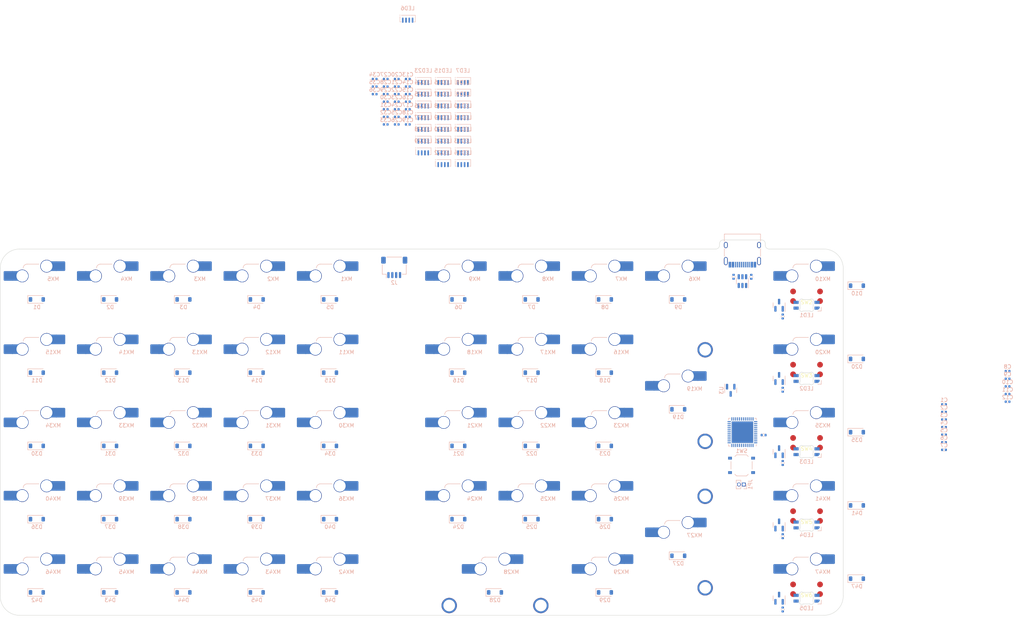
<source format=kicad_pcb>
(kicad_pcb (version 20221018) (generator pcbnew)
  (layers (0 "F.Cu" signal) (1 "In1.Cu" signal) (2 "In2.Cu" signal) (31 "B.Cu" signal) (34 "B.Paste" user) (35 "F.Paste" user) (36 "B.SilkS" user "B.Silkscreen") (37 "F.SilkS" user "F.Silkscreen") (38 "B.Mask" user) (39 "F.Mask" user) (44 "Edge.Cuts" user))
  (net 0 "")
  (net 1 "+3.3V")
  (net 2 "GND")
  (net 3 "VBUS")
  (net 4 "/DN")
  (net 5 "/DP")
  (net 6 "Net-(JP1-A)")
  (net 7 "Net-(LED1-DOUT)")
  (net 8 "KNOB_DIN")
  (net 9 "Net-(LED2-DOUT)")
  (net 10 "Net-(LED3-DOUT)")
  (net 11 "Net-(LED4-DOUT)")
  (net 13 "COL1")
  (net 14 "Net-(D1-A)")
  (net 15 "COL2")
  (net 16 "Net-(D2-A)")
  (net 17 "COL3")
  (net 18 "Net-(D3-A)")
  (net 19 "COL4")
  (net 20 "Net-(D4-A)")
  (net 21 "COL5")
  (net 22 "Net-(D5-A)")
  (net 23 "COL6")
  (net 24 "Net-(D6-A)")
  (net 25 "COL7")
  (net 26 "Net-(D7-A)")
  (net 27 "COL8")
  (net 28 "Net-(D8-A)")
  (net 29 "COL9")
  (net 30 "Net-(D9-A)")
  (net 31 "COL10")
  (net 32 "/Matrix/D10")
  (net 33 "Net-(D11-A)")
  (net 34 "Net-(D12-A)")
  (net 35 "Net-(D13-A)")
  (net 36 "Net-(D14-A)")
  (net 37 "Net-(D15-A)")
  (net 38 "Net-(D16-A)")
  (net 39 "Net-(D17-A)")
  (net 40 "Net-(D18-A)")
  (net 41 "Net-(D19-A)")
  (net 42 "/Matrix/D20")
  (net 43 "Net-(D21-A)")
  (net 44 "Net-(D22-A)")
  (net 45 "Net-(D23-A)")
  (net 46 "Net-(D24-A)")
  (net 47 "Net-(D25-A)")
  (net 48 "Net-(D26-A)")
  (net 49 "Net-(D27-A)")
  (net 50 "Net-(D28-A)")
  (net 51 "/Matrix/D29")
  (net 52 "Net-(D30-A)")
  (net 53 "Net-(D31-A)")
  (net 54 "Net-(D32-A)")
  (net 55 "Net-(D33-A)")
  (net 56 "Net-(D34-A)")
  (net 57 "Net-(D35-A)")
  (net 58 "Net-(D36-A)")
  (net 59 "Net-(D37-A)")
  (net 60 "Net-(D38-A)")
  (net 61 "/Matrix/D39")
  (net 62 "Net-(D40-A)")
  (net 63 "Net-(D41-A)")
  (net 64 "Net-(D42-A)")
  (net 65 "Net-(D43-A)")
  (net 66 "Net-(D44-A)")
  (net 67 "Net-(D45-A)")
  (net 68 "Net-(D46-A)")
  (net 69 "/Matrix/D47")
  (net 70 "Net-(Q1-G)")
  (net 71 "Net-(Q2-G)")
  (net 72 "Net-(Q3-G)")
  (net 73 "Net-(Q4-G)")
  (net 74 "Net-(Q5-G)")
  (net 75 "ENC_A_1")
  (net 76 "ENC_B_1")
  (net 77 "ENC_A_2")
  (net 78 "ENC_B_2")
  (net 79 "ENC_A_3")
  (net 80 "ENC_B_3")
  (net 81 "ENC_A_4")
  (net 82 "ENC_B_4")
  (net 83 "ENC_A_5")
  (net 84 "ENC_B_5")
  (net 90 "/~{RST}")
  (net 111 "/SWD")
  (net 112 "/SWCLK")
  (net 121 "ROW1")
  (net 122 "ROW2")
  (net 123 "ROW3")
  (net 124 "ROW4")
  (net 125 "ROW5")
  (net 126 "Net-(J1-CC1)")
  (net 127 "Net-(J1-CC2)")
  (net 128 "Net-(FB1-Pad1)")
  (net 132 "Net-(LED6-DOUT)")
  (net 133 "Net-(LED7-DOUT)")
  (net 134 "Net-(LED8-DOUT)")
  (net 135 "Net-(LED10-DIN)")
  (net 136 "Net-(LED10-DOUT)")
  (net 137 "Net-(LED11-DOUT)")
  (net 138 "Net-(LED12-DOUT)")
  (net 141 "Net-(LED14-DOUT)")
  (net 142 "Net-(LED15-DOUT)")
  (net 143 "Net-(LED16-DOUT)")
  (net 144 "Net-(LED17-DOUT)")
  (net 145 "Net-(LED18-DOUT)")
  (net 146 "Net-(LED19-DOUT)")
  (net 147 "Net-(LED20-DOUT)")
  (net 150 "Net-(LED22-DOUT)")
  (net 151 "Net-(LED23-DOUT)")
  (net 152 "Net-(LED24-DOUT)")
  (net 153 "Net-(LED25-DOUT)")
  (net 154 "Net-(LED26-DOUT)")
  (net 155 "Net-(LED27-DOUT)")
  (net 156 "Net-(LED28-DOUT)")
  (net 158 "/SDA")
  (net 159 "/SCL")
  (footprint "PCM_marbastlib-various:ROT_SKYLOONG_HS-Switch" (layer "F.Cu") (at 188.11875 35.71875)
    (fp_text reference "SW6")
    (fp_text value "ROT_SKYLOONG_HS")
  )
  (footprint "PCM_marbastlib-mx:STAB_MX_P_2u" (layer "F.Cu") (at 154.78125 26.19375 -90)
    (fp_text reference "STAB38" hide)
    (fp_text value "Stab_Enter")
  )
  (footprint "PCM_marbastlib-various:ROT_SKYLOONG_HS-Switch" (layer "F.Cu") (at 188.11875 -2.38125)
    (fp_text reference "SW4")
    (fp_text value "ROT_SKYLOONG_HS")
  )
  (footprint "PCM_marbastlib-various:ROT_SKYLOONG_HS-Switch" (layer "F.Cu") (at 188.11875 16.66875)
    (fp_text reference "SW5")
    (fp_text value "ROT_SKYLOONG_HS")
  )
  (footprint "PCM_marbastlib-mx:STAB_MX_P_2u" (layer "F.Cu") (at 154.78125 -11.90625 -90)
    (fp_text reference "STAB45" hide)
    (fp_text value "Stab_0")
  )
  (footprint "PCM_marbastlib-various:ROT_SKYLOONG_HS-Switch" (layer "F.Cu") (at 188.11875 -21.43125)
    (fp_text reference "SW3")
    (fp_text value "ROT_SKYLOONG_HS")
  )
  (footprint "PCM_marbastlib-various:ROT_SKYLOONG_HS-Switch" (layer "F.Cu") (at 188.11875 -40.48125)
    (fp_text reference "SW2")
    (fp_text value "ROT_SKYLOONG_HS")
  )
  (footprint "PCM_marbastlib-mx:STAB_MX_P_2u" (layer "F.Cu") (at 107.15625 35.71875 180)
    (fp_text reference "STAB1" hide)
    (fp_text value "Stab_+")
  )
  (footprint "PCM_marbastlib-mx:SW_MX_HS_S_1u" (layer "B.Cu") (at 7.14375 16.66875 180)
    (fp_text reference "MX39")
    (fp_text value "Key_None" hide)
  )
  (footprint "Capacitor_SMD:C_0402_1005Metric" (layer "B.Cu") (at 240.354375 -16.2775 180)
    (fp_text reference "C9")
    (fp_text value "100n 0402")
  )
  (footprint "Diode_SMD:D_SOD-123" (layer "B.Cu") (at 26.19375 -36.909375)
    (fp_text reference "D3")
    (fp_text value "D_Small")
  )
  (footprint "PCM_marbastlib-xp-various:LED_WS2812_4020" (layer "B.Cu") (at 93.671875 -81.778125 180)
    (fp_text reference "LED19")
    (fp_text value "WS2812_4020")
  )
  (footprint "PCM_marbastlib-mx:SW_MX_HS_S_1u" (layer "B.Cu") (at 188.11875 -2.38125 180)
    (fp_text reference "MX35")
    (fp_text value "Key_1" hide)
  )
  (footprint "PCM_marbastlib-mx:SW_MX_HS_S_1u" (layer "B.Cu") (at 45.24375 -40.48125 180)
    (fp_text reference "MX2")
    (fp_text value "Key_None" hide)
  )
  (footprint "PCM_marbastlib-xp-various:LED_WS2812_4020" (layer "B.Cu") (at 84.4475 -110.1875 180)
    (fp_text reference "LED6")
    (fp_text value "WS2812_4020")
  )
  (footprint "PCM_marbastlib-mx:SW_MX_HS_S_1u" (layer "B.Cu") (at -11.90625 -21.43125 180)
    (fp_text reference "MX15")
    (fp_text value "Key_None" hide)
  )
  (footprint "PCM_marbastlib-mx:SW_MX_HS_S_1u" (layer "B.Cu") (at -11.90625 35.71875 180)
    (fp_text reference "MX46")
    (fp_text value "Key_." hide)
  )
  (footprint "PCM_marbastlib-mx:SW_MX_HS_S_1u" (layer "B.Cu") (at 154.78125 26.19375 180)
    (fp_text reference "MX27")
    (fp_text value "Key_5" hide)
  )
  (footprint "Diode_SMD:D_SOD-123" (layer "B.Cu") (at 7.14375 1.190625)
    (fp_text reference "D31")
    (fp_text value "D_Small")
  )
  (footprint "Resistor_SMD:R_0402_1005Metric" (layer "B.Cu") (at 176.96 -1.625)
    (fp_text reference "R3" hide)
    (fp_text value "10k 0402")
  )
  (footprint "Diode_SMD:D_SOD-123" (layer "B.Cu") (at 154.78125 -36.909375)
    (fp_text reference "D9")
    (fp_text value "D_Small")
  )
  (footprint "Resistor_SMD:R_0402_1005Metric" (layer "B.Cu") (at 173.75 -42.79 -90)
    (fp_text reference "R2" hide)
    (fp_text value "5.1k")
  )
  (footprint "PCM_marbastlib-mx:SW_MX_HS_S_1u" (layer "B.Cu") (at 116.68125 -40.48125 180)
    (fp_text reference "MX8")
    (fp_text value "Key_*" hide)
  )
  (footprint "PCM_marbastlib-mx:SW_MX_HS_S_1u" (layer "B.Cu") (at 26.19375 16.66875 180)
    (fp_text reference "MX38")
    (fp_text value "Key_Enter" hide)
  )
  (footprint "Diode_SMD:D_SOD-123" (layer "B.Cu") (at 7.14375 -36.909375)
    (fp_text reference "D2")
    (fp_text value "D_Small")
  )
  (footprint "PCM_marbastlib-mx:SW_MX_HS_S_1u" (layer "B.Cu") (at 97.63125 16.66875 180)
    (fp_text reference "MX24")
    (fp_text value "Key_None" hide)
  )
  (footprint "PCM_marbastlib-mx:SW_MX_HS_S_1u" (layer "B.Cu") (at 154.78125 -40.48125 180)
    (fp_text reference "MX6")
    (fp_text value "Key_Num Lock" hide)
  )
  (footprint "PCM_marbastlib-xp-various:LED_WS2812_4020" (layer "B.Cu") (at 88.521875 -78.728125 180)
    (fp_text reference "LED28")
    (fp_text value "WS2812_4020")
  )
  (footprint "PCM_marbastlib-mx:SW_MX_HS_S_1u" (layer "B.Cu") (at -11.90625 16.66875 180)
    (fp_text reference "MX40")
    (fp_text value "Key_None" hide)
  )
  (footprint "Package_TO_SOT_SMD:SOT-23" (layer "B.Cu") (at 180.975 21.75 90)
    (fp_text reference "Q4" hide)
    (fp_text value "Q_PMOS_GSD")
  )
  (footprint "Diode_SMD:D_SOD-123" (layer "B.Cu") (at 26.19375 -17.859375)
    (fp_text reference "D13")
    (fp_text value "D_Small")
  )
  (footprint "Diode_SMD:D_SOD-123" (layer "B.Cu") (at 64.29375 1.190625)
    (fp_text reference "D34")
    (fp_text value "D_Small")
  )
  (footprint "PCM_marbastlib-mx:LED_MX_6028R" (layer "B.Cu") (at 188.11875 -35.40125 180)
    (fp_text reference "LED1")
    (fp_text value "MX_SK6812MINI-E" hide)
    (fp_line (start -1.699999 0.702843) (end -1.699999 -0.702841) (stroke (width 0.1)) (layer "Edge.Cuts"))
    (fp_line (start -0.794452 -1.499999) (end 0.794452 -1.499999) (stroke (width 0.1)) (layer "Edge.Cuts"))
    (fp_line (start 0.794452 1.5) (end -0.794453 1.5) (stroke (width 0.1)) (layer "Edge.Cuts"))
    (fp_line (start 1.699999 -0.702841) (end 1.699999 0.702843) (stroke (width 0.1)) (layer "Edge.Cuts"))
    (fp_arc (start -1.749484 -0.919719) (mid -1.712527 -0.814067) (end -1.699999 -0.702841) (stroke (width 0.1)) (layer "Edge.Cuts"))
    (fp_arc (start -1.749484 -0.919718) (mid -1.638072 -1.504034) (end -1.046711 -1.568298) (stroke (width 0.1)) (layer "Edge.Cuts"))
    (fp_arc (start -1.699999 0.702844) (mid -1.712527 0.814069) (end -1.749484 0.919721) (stroke (width 0.1)) (layer "Edge.Cuts"))
    (fp_arc (start -1.046711 1.568299) (mid -1.63807 1.504035) (end -1.749484 0.919721) (stroke (width 0.1)) (layer "Edge.Cuts"))
    (fp_arc (start -1.046711 1.568299) (mid -0.925123 1.517377) (end -0.794453 1.5) (stroke (width 0.1)) (layer "Edge.Cuts"))
    (fp_arc (start -0.794452 -1.499999) (mid -0.925123 -1.517376) (end -1.046711 -1.568298) (stroke (width 0.1)) (layer "Edge.Cuts"))
    (fp_arc (start 0.794453 1.500001) (mid 0.925123 1.517378) (end 1.046711 1.5683) (stroke (width 0.1)) (layer "Edge.Cuts"))
    (fp_arc (start 1.04671 -1.568298) (mid 0.925122 -1.517376) (end 0.794452 -1.499999) (stroke (width 0.1)) (layer "Edge.Cuts"))
    (fp_arc (start 1.046711 -1.568296) (mid 1.63807 -1.504033) (end 1.749484 -0.919719) (stroke (width 0.1)) (layer "Edge.Cuts"))
    (fp_arc (start 1.699999 -0.702842) (mid 1.712536 -0.814064) (end 1.749484 -0.919719) (stroke (width 0.1)) (layer "Edge.Cuts"))
    (fp_arc (start 1.749484 0.919721) (mid 1.638072 1.504036) (end 1.046711 1.5683) (stroke (width 0.1)) (layer "Edge.Cuts"))
    (fp_arc (start 1.749484 0.919721) (mid 1.712526 0.814069) (end 1.699999 0.702843) (stroke (width 0.1)) (layer "Edge.Cuts"))
  )
  (footprint "Resistor_SMD:R_0402_1005Metric" (layer "B.Cu") (at 181.925 -32.475 90)
    (fp_text reference "R4" hide)
    (fp_text value "10k 0402")
  )
  (footprint "Resistor_SMD:R_0402_1005Metric" (layer "B.Cu") (at 181.925 24.675 90)
    (fp_text reference "R7" hide)
    (fp_text value "10k 0402")
  )
  (footprint "PCM_marbastlib-mx:SW_MX_HS_S_1u" (layer "B.Cu") (at 135.73125 -21.43125 180)
    (fp_text reference "MX16")
    (fp_text value "Key_7" hide)
  )
  (footprint "PCM_marbastlib-xp-various:LED_WS2812_4020" (layer "B.Cu") (at 98.821875 -81.778125 180)
    (fp_text reference "LED11")
    (fp_text value "WS2812_4020")
  )
  (footprint "Diode_SMD:D_SOD-123" (layer "B.Cu") (at 45.24375 39.290625)
    (fp_text reference "D45")
    (fp_text value "D_Small")
  )
  (footprint "PCM_marbastlib-xp-various:LED_WS2812_4020" (layer "B.Cu") (at 88.521875 -93.978125 180)
    (fp_text reference "LED23")
    (fp_text value "WS2812_4020")
  )
  (footprint "Diode_SMD:D_SOD-123" (layer "B.Cu") (at 154.78125 -8.334375)
    (fp_text reference "D19")
    (fp_text value "D_Small")
  )
  (footprint "Button_Switch_SMD:SW_Push_1P1T_XKB_TS-1187A" (layer "B.Cu") (at 171.225 6.25 180)
    (fp_text reference "SW1")
    (fp_text value "SW_Push")
  )
  (footprint "PCM_marbastlib-mx:SW_MX_HS_S_1u" (layer "B.Cu") (at 45.24375 16.66875 180)
    (fp_text reference "MX37")
    (fp_text value "Key_3" hide)
  )
  (footprint "Resistor_SMD:R_0402_1005Metric" (layer "B.Cu") (at 181.925 5.625 90)
    (fp_text reference "R6" hide)
    (fp_text value "10k 0402")
  )
  (footprint "Capacitor_SMD:C_0402_1005Metric" (layer "B.Cu") (at 81.616875 -88.333125 180)
    (fp_text reference "C23")
    (fp_text value "100n 0402")
  )
  (footprint "Capacitor_SMD:C_0402_1005Metric" (layer "B.Cu") (at 75.876875 -94.243125 180)
    (fp_text reference "C34")
    (fp_text value "100n 0402")
  )
  (footprint "Capacitor_SMD:C_0402_1005Metric" (layer "B.Cu") (at 223.83625 -1.73 180)
    (fp_text reference "C5")
    (fp_text value "4u7 0402")
  )
  (footprint "Diode_SMD:D_SOD-123" (layer "B.Cu") (at 201.215625 -2.38125)
    (fp_text reference "D35")
    (fp_text value "D_Small")
  )
  (footprint "Capacitor_SMD:C_0402_1005Metric" (layer "B.Cu") (at 75.876875 -90.303125 180)
    (fp_text reference "C36")
    (fp_text value "100n 0402")
  )
  (footprint "Diode_SMD:D_SOD-123" (layer "B.Cu") (at 116.68125 1.190625)
    (fp_text reference "D22")
    (fp_text value "D_Small")
  )
  (footprint "PCM_marbastlib-mx:SW_MX_HS_S_1u" (layer "B.Cu") (at 7.14375 -21.43125 180)
    (fp_text reference "MX14")
    (fp_text value "Key_None" hide)
  )
  (footprint "PCM_marbastlib-mx:SW_MX_HS_S_1u" (layer "B.Cu") (at 97.63125 -21.43125 180)
    (fp_text reference "MX18")
    (fp_text value "Key_9" hide)
  )
  (footprint "Diode_SMD:D_SOD-123" (layer "B.Cu") (at 7.14375 -17.859375)
    (fp_text reference "D12")
    (fp_text value "D_Small")
  )
  (footprint "Capacitor_SMD:C_0402_1005Metric" (layer "B.Cu") (at 78.746875 -92.273125 180)
    (fp_text reference "C28")
    (fp_text value "100n 0402")
  )
  (footprint "Diode_SMD:D_SOD-123" (layer "B.Cu") (at 116.68125 20.240625)
    (fp_text reference "D25")
    (fp_text value "D_Small")
  )
  (footprint "PCM_marbastlib-xp-various:LED_WS2812_4020" (layer "B.Cu") (at 93.671875 -75.678125 180)
    (fp_text reference "LED21")
    (fp_text value "WS2812_4020")
  )
  (footprint "PCM_marbastlib-mx:SW_MX_HS_S_1u" (layer "B.Cu") (at 135.73125 35.71875 180)
    (fp_text reference "MX29")
    (fp_text value "Key_None" hide)
  )
  (footprint "PCM_marbastlib-mx:SW_MX_HS_S_1u" (layer "B.Cu") (at 97.63125 -40.48125 180)
    (fp_text reference "MX9")
    (fp_text value "Key_-" hide)
  )
  (footprint "Diode_SMD:D_SOD-123" (layer "B.Cu") (at 201.215625 16.66875)
    (fp_text reference "D41")
    (fp_text value "D_Small")
  )
  (footprint "PCM_marbastlib-mx:SW_MX_HS_S_1u" (layer "B.Cu") (at 97.63125 -2.38125 180)
    (fp_text reference "MX21")
    (fp_text value "Key_None" hide)
  )
  (footprint "PCM_marbastlib-mx:LED_MX_6028R" (layer "B.Cu") (at 188.11875 21.74875 180)
    (fp_text reference "LED4")
    (fp_text value "MX_SK6812MINI-E" hide)
    (fp_line (start -1.699999 0.702843) (end -1.699999 -0.702841) (stroke (width 0.1)) (layer "Edge.Cuts"))
    (fp_line (start -0.794452 -1.499999) (end 0.794452 -1.499999) (stroke (width 0.1)) (layer "Edge.Cuts"))
    (fp_line (start 0.794452 1.5) (end -0.794453 1.5) (stroke (width 0.1)) (layer "Edge.Cuts"))
    (fp_line (start 1.699999 -0.702841) (end 1.699999 0.702843) (stroke (width 0.1)) (layer "Edge.Cuts"))
    (fp_arc (start -1.749484 -0.919719) (mid -1.712527 -0.814067) (end -1.699999 -0.702841) (stroke (width 0.1)) (layer "Edge.Cuts"))
    (fp_arc (start -1.749484 -0.919718) (mid -1.638072 -1.504034) (end -1.046711 -1.568298) (stroke (width 0.1)) (layer "Edge.Cuts"))
    (fp_arc (start -1.699999 0.702844) (mid -1.712527 0.814069) (end -1.749484 0.919721) (stroke (width 0.1)) (layer "Edge.Cuts"))
    (fp_arc (start -1.046711 1.568299) (mid -1.63807 1.504035) (end -1.749484 0.919721) (stroke (width 0.1)) (layer "Edge.Cuts"))
    (fp_arc (start -1.046711 1.568299) (mid -0.925123 1.517377) (end -0.794453 1.5) (stroke (width 0.1)) (layer "Edge.Cuts"))
    (fp_arc (start -0.794452 -1.499999) (mid -0.925123 -1.517376) (end -1.046711 -1.568298) (stroke (width 0.1)) (layer "Edge.Cuts"))
    (fp_arc (start 0.794453 1.500001) (mid 0.925123 1.517378) (end 1.046711 1.5683) (stroke (width 0.1)) (layer "Edge.Cuts"))
    (fp_arc (start 1.04671 -1.568298) (mid 0.925122 -1.517376) (end 0.794452 -1.499999) (stroke (width 0.1)) (layer "Edge.Cuts"))
    (fp_arc (start 1.046711 -1.568296) (mid 1.63807 -1.504033) (end 1.749484 -0.919719) (stroke (width 0.1)) (layer "Edge.Cuts"))
    (fp_arc (start 1.699999 -0.702842) (mid 1.712536 -0.814064) (end 1.749484 -0.919719) (stroke (width 0.1)) (layer "Edge.Cuts"))
    (fp_arc (start 1.749484 0.919721) (mid 1.638072 1.504036) (end 1.046711 1.5683) (stroke (width 0.1)) (layer "Edge.Cuts"))
    (fp_arc (start 1.749484 0.919721) (mid 1.712526 0.814069) (end 1.699999 0.702843) (stroke (width 0.1)) (layer "Edge.Cuts"))
  )
  (footprint "Capacitor_SMD:C_0402_1005Metric" (layer "B.Cu") (at 84.486875 -88.333125 180)
    (fp_text reference "C16")
    (fp_text value "100n 0402")
  )
  (footprint "Package_TO_SOT_SMD:SOT-23" (layer "B.Cu") (at 180.975 2.7 90)
    (fp_text reference "Q3" hide)
    (fp_text value "Q_PMOS_GSD")
  )
  (footprint "Diode_SMD:D_SOD-123" (layer "B.Cu") (at 116.68125 -36.909375)
    (fp_text reference "D7")
    (fp_text value "D_Small")
  )
  (footprint "Capacitor_SMD:C_0402_1005Metric" (layer "B.Cu") (at 240.354375 -12.2975 180)
    (fp_text reference "C11")
    (fp_text value "100n 0402")
  )
  (footprint "PCM_marbastlib-xp-various:LED_WS2812_4020" (layer "B.Cu") (at 88.521875 -87.878125 180)
    (fp_text reference "LED25")
    (fp_text value "WS2812_4020")
  )
  (footprint "Capacitor_SMD:C_0402_1005Metric" (layer "B.Cu") (at 81.616875 -86.363125 180)
    (fp_text reference "C24")
    (fp_text value "100n 0402")
  )
  (footprint "Capacitor_SMD:C_0402_1005Metric" (layer "B.Cu") (at 81.616875 -84.393125 180)
    (fp_text reference "C25")
    (fp_text value "100n 0402")
  )
  (footprint "PCM_marbastlib-xp-various:LED_WS2812_4020" (layer "B.Cu") (at 93.671875 -93.978125 180)
    (fp_text reference "LED15")
    (fp_text value "WS2812_4020")
  )
  (footprint "PCM_marbastlib-xp-various:LED_WS2812_4020" (layer "B.Cu") (at 88.521875 -84.828125 180)
    (fp_text reference "LED26")
    (fp_text value "WS2812_4020")
  )
  (footprint "Diode_SMD:D_SOD-123" (layer "B.Cu") (at 64.29375 -36.909375)
    (fp_text reference "D5")
    (fp_text value "D_Small")
  )
  (footprint "Capacitor_SMD:C_0402_1005Metric" (layer "B.Cu") (at 84.486875 -94.243125 180)
    (fp_text reference "C13")
    (fp_text value "100n 0402")
  )
  (footprint "PCM_marbastlib-xp-various:LED_WS2812_4020" (layer "B.Cu") (at 98.821875 -78.728125 180)
    (fp_text reference "LED12")
    (fp_text value "WS2812_4020")
  )
  (footprint "PCM_marbastlib-mx:SW_MX_HS_S_1u" (layer "B.Cu") (at 7.14375 35.71875 180)
    (fp_text reference "MX45")
    (fp_text value "Key_0" hide)
  )
  (footprint "Capacitor_SMD:C_0402_1005Metric" (layer "B.Cu") (at 84.486875 -84.393125 180)
    (fp_text reference "C18")
    (fp_text value "100n 0402")
  )
  (footprint "PCM_marbastlib-mx:LED_MX_6028R" (layer "B.Cu") (at 188.11875 2.69875 180)
    (fp_text reference "LED3")
    (fp_text value "MX_SK6812MINI-E" hide)
    (fp_line (start -1.699999 0.702843) (end -1.699999 -0.702841) (stroke (width 0.1)) (layer "Edge.Cuts"))
    (fp_line (start -0.794452 -1.499999) (end 0.794452 -1.499999) (stroke (width 0.1)) (layer "Edge.Cuts"))
    (fp_line (start 0.794452 1.5) (end -0.794453 1.5) (stroke (width 0.1)) (layer "Edge.Cuts"))
    (fp_line (start 1.699999 -0.702841) (end 1.699999 0.702843) (stroke (width 0.1)) (layer "Edge.Cuts"))
    (fp_arc (start -1.749484 -0.919719) (mid -1.712527 -0.814067) (end -1.699999 -0.702841) (stroke (width 0.1)) (layer "Edge.Cuts"))
    (fp_arc (start -1.749484 -0.919718) (mid -1.638072 -1.504034) (end -1.046711 -1.568298) (stroke (width 0.1)) (layer "Edge.Cuts"))
    (fp_arc (start -1.699999 0.702844) (mid -1.712527 0.814069) (end -1.749484 0.919721) (stroke (width 0.1)) (layer "Edge.Cuts"))
    (fp_arc (start -1.046711 1.568299) (mid -1.63807 1.504035) (end -1.749484 0.919721) (stroke (width 0.1)) (layer "Edge.Cuts"))
    (fp_arc (start -1.046711 1.568299) (mid -0.925123 1.517377) (end -0.794453 1.5) (stroke (width 0.1)) (layer "Edge.Cuts"))
    (fp_arc (start -0.794452 -1.499999) (mid -0.925123 -1.517376) (end -1.046711 -1.568298) (stroke (width 0.1)) (layer "Edge.Cuts"))
    (fp_arc (start 0.794453 1.500001) (mid 0.925123 1.517378) (end 1.046711 1.5683) (stroke (width 0.1)) (layer "Edge.Cuts"))
    (fp_arc (start 1.04671 -1.568298) (mid 0.925122 -1.517376) (end 0.794452 -1.499999) (stroke (width 0.1)) (layer "Edge.Cuts"))
    (fp_arc (start 1.046711 -1.568296) (mid 1.63807 -1.504033) (end 1.749484 -0.919719) (stroke (width 0.1)) (layer "Edge.Cuts"))
    (fp_arc (start 1.699999 -0.702842) (mid 1.712536 -0.814064) (end 1.749484 -0.919719) (stroke (width 0.1)) (layer "Edge.Cuts"))
    (fp_arc (start 1.749484 0.919721) (mid 1.638072 1.504036) (end 1.046711 1.5683) (stroke (width 0.1)) (layer "Edge.Cuts"))
    (fp_arc (start 1.749484 0.919721) (mid 1.712526 0.814069) (end 1.699999 0.702843) (stroke (width 0.1)) (layer "Edge.Cuts"))
  )
  (footprint "PCM_marbastlib-mx:SW_MX_HS_S_1u" (layer "B.Cu") (at 135.73125 -40.48125 180)
    (fp_text reference "MX7")
    (fp_text value "Key_/" hide)
  )
  (footprint "Capacitor_SMD:C_0402_1005Metric" (layer "B.Cu") (at 84.486875 -90.303125 180)
    (fp_text reference "C15")
    (fp_text value "100n 0402")
  )
  (footprint "Diode_SMD:D_SOD-123" (layer "B.Cu") (at 135.73125 20.240625)
    (fp_text reference "D26")
    (fp_text value "D_Small")
  )
  (footprint "PCM_marbastlib-mx:SW_MX_HS_S_1u" (layer "B.Cu") (at 116.68125 16.66875 180)
    (fp_text reference "MX25")
    (fp_text value "Key_None" hide)
  )
  (footprint "Diode_SMD:D_SOD-123" (layer "B.Cu") (at 26.19375 1.190625)
    (fp_text reference "D32")
    (fp_text value "D_Small")
  )
  (footprint "Capacitor_SMD:C_0402_1005Metric" (layer "B.Cu") (at 78.746875 -90.303125 180)
    (fp_text reference "C29")
    (fp_text value "100n 0402")
  )
  (footprint "PCM_marbastlib-xp-various:LED_WS2812_4020" (layer "B.Cu") (at 93.671875 -72.628125 180)
    (fp_text reference "LED22")
    (fp_text value "WS2812_4020")
  )
  (footprint "Capacitor_SMD:C_0402_1005Metric" (layer "B.Cu") (at 84.486875 -82.423125 180)
    (fp_text reference "C19")
    (fp_text value "100n 0402")
  )
  (footprint "Diode_SMD:D_SOD-123" (layer "B.Cu") (at 201.215625 35.71875)
    (fp_text reference "D47")
    (fp_text value "D_Small")
  )
  (footprint "PCM_marbastlib-mx:SW_MX_HS_S_1u" (layer "B.Cu") (at 26.19375 -2.38125 180)
    (fp_text reference "MX32")
    (fp_text value "Key_None" hide)
  )
  (footprint "PCM_marbastlib-xp-various:LED_WS2812_4020" (layer "B.Cu") (at 98.821875 -87.878125 180)
    (fp_text reference "LED9")
    (fp_text value "WS2812_4020")
  )
  (footprint "Capacitor_SMD:C_0402_1005Metric" (layer "B.Cu") (at 240.354375 -18.2675 180)
    (fp_text reference "C8")
    (fp_text value "100n 0402")
  )
  (footprint "Diode_SMD:D_SOD-123" (layer "B.Cu") (at -11.90625 20.240625)
    (fp_text reference "D36")
    (fp_text value "D_Small")
  )
  (footprint "PCM_marbastlib-xp-various:LED_WS2812_4020" (layer "B.Cu") (at 98.821875 -72.628125 180)
    (fp_text reference "LED14")
    (fp_text value "WS2812_4020")
  )
  (footprint "Diode_SMD:D_SOD-123" (layer "B.Cu") (at 7.14375 39.290625)
    (fp_text reference "D43")
    (fp_text value "D_Small")
  )
  (footprint "PCM_marbastlib-mx:SW_MX_HS_S_1u" (layer "B.Cu") (at 64.29375 -21.43125 180)
    (fp_text reference "MX11")
    (fp_text value "Key_None" hide)
  )
  (footprint "PCM_marbastlib-mx:SW_MX_HS_S_1u" (layer "B.Cu") (at 116.68125 -2.38125 180)
    (fp_text reference "MX22")
    (fp_text value "Key_None" hide)
  )
  (footprint "PCM_marbastlib-mx:LED_MX_6028R" (layer "B.Cu") (at 188.11875 40.79875 180)
    (fp_text reference "LED5")
    (fp_text value "MX_SK6812MINI-E" hide)
    (fp_line (start -1.699999 0.702843) (end -1.699999 -0.702841) (stroke (width 0.1)) (layer "Edge.Cuts"))
    (fp_line (start -0.794452 -1.499999) (end 0.794452 -1.499999) (stroke (width 0.1)) (layer "Edge.Cuts"))
    (fp_line (start 0.794452 1.5) (end -0.794453 1.5) (stroke (width 0.1)) (layer "Edge.Cuts"))
    (fp_line (start 1.699999 -0.702841) (end 1.699999 0.702843) (stroke (width 0.1)) (layer "Edge.Cuts"))
    (fp_arc (start -1.749484 -0.919719) (mid -1.712527 -0.814067) (end -1.699999 -0.702841) (stroke (width 0.1)) (layer "Edge.Cuts"))
    (fp_arc (start -1.749484 -0.919718) (mid -1.638072 -1.504034) (end -1.046711 -1.568298) (stroke (width 0.1)) (layer "Edge.Cuts"))
    (fp_arc (start -1.699999 0.702844) (mid -1.712527 0.814069) (end -1.749484 0.919721) (stroke (width 0.1)) (layer "Edge.Cuts"))
    (fp_arc (start -1.046711 1.568299) (mid -1.63807 1.504035) (end -1.749484 0.919721) (stroke (width 0.1)) (layer "Edge.Cuts"))
    (fp_arc (start -1.046711 1.568299) (mid -0.925123 1.517377) (end -0.794453 1.5) (stroke (width 0.1)) (layer "Edge.Cuts"))
    (fp_arc (start -0.794452 -1.499999) (mid -0.925123 -1.517376) (end -1.046711 -1.568298) (stroke (width 0.1)) (layer "Edge.Cuts"))
    (fp_arc (start 0.794453 1.500001) (mid 0.925123 1.517378) (end 1.046711 1.5683) (stroke (width 0.1)) (layer "Edge.Cuts"))
    (fp_arc (start 1.04671 -1.568298) (mid 0.925122 -1.517376) (end 0.794452 -1.499999) (stroke (width 0.1)) (layer "Edge.Cuts"))
    (fp_arc (start 1.046711 -1.568296) (mid 1.63807 -1.504033) (end 1.749484 -0.919719) (stroke (width 0.1)) (layer "Edge.Cuts"))
    (fp_arc (start 1.699999 -0.702842) (mid 1.712536 -0.814064) (end 1.749484 -0.919719) (stroke (width 0.1)) (layer "Edge.Cuts"))
    (fp_arc (start 1.749484 0.919721) (mid 1.638072 1.504036) (end 1.046711 1.5683) (stroke (width 0.1)) (layer "Edge.Cuts"))
    (fp_arc (start 1.749484 0.919721) (mid 1.712526 0.814069) (end 1.699999 0.702843) (stroke (width 0.1)) (layer "Edge.Cuts"))
  )
  (footprint "PCM_marbastlib-xp-various:LED_WS2812_4020" (layer "B.Cu") (at 93.671875 -78.728125 180)
    (fp_text reference "LED20")
    (fp_text value "WS2812_4020")
  )
  (footprint "PCM_marbastlib-mx:SW_MX_HS_S_1u" (layer "B.Cu") (at 7.14375 -2.38125 180)
    (fp_text reference "MX33")
    (fp_text value "Key_None" hide)
  )
  (footprint "PCM_marbastlib-mx:SW_MX_HS_S_1u" (layer "B.Cu") (at 107.15625 35.71875 180)
    (fp_text reference "MX28")
    (fp_text value "Key_6" hide)
  )
  (footprint "Capacitor_SMD:C_0402_1005Metric" (layer "B.Cu") (at 223.83625 0.24 180)
    (fp_text reference "C6")
    (fp_text value "1u 0402")
  )
  (footprint "Diode_SMD:D_SOD-123" (layer "B.Cu") (at 45.24375 -36.909375)
    (fp_text reference "D4")
    (fp_text value "D_Small")
  )
  (footprint "PCM_marbastlib-mx:SW_MX_HS_S_1u" (layer "B.Cu") (at 64.29375 -2.38125 180)
    (fp_text reference "MX30")
    (fp_text value "Key_None" hide)
  )
  (footprint "Diode_SMD:D_SOD-123" (layer "B.Cu") (at -11.90625 1.190625)
    (fp_text reference "D30")
    (fp_text value "D_Small")
  )
  (footprint "Package_TO_SOT_SMD:SOT-23" (layer "B.Cu") (at 168.4 -13.275 -90)
    (fp_text reference "U3")
    (fp_text value "AP2127N-3.3")
  )
  (footprint "PCM_marbastlib-xp-various:LED_WS2812_4020" (layer "B.Cu") (at 88.521875 -81.778125 180)
    (fp_text reference "LED27")
    (fp_text value "WS2812_4020")
  )
  (footprint "PCM_marbastlib-mx:SW_MX_HS_S_1u" (layer "B.Cu") (at 116.68125 -21.43125 180)
    (fp_text reference "MX17")
    (fp_text value "Key_8" hide)
  )
  (footprint "PCM_marbastlib-mx:SW_MX_HS_S_1u" (layer "B.Cu") (at -11.90625 -40.48125 180)
    (fp_text reference "MX5")
    (fp_text value "Key_None" hide)
  )
  (footprint "Diode_SMD:D_SOD-123" (layer "B.Cu") (at 201.215625 -40.48125)
    (fp_text reference "D10")
    (fp_text value "D_Small")
  )
  (footprint "Capacitor_SMD:C_0402_1005Metric" (layer "B.Cu") (at 223.83625 2.21 180)
    (fp_text reference "C7")
    (fp_text value "1u 0402")
  )
  (footprint "Diode_SMD:D_SOD-123" (layer "B.Cu") (at 107.15625 39.290625)
    (fp_text reference "D28")
    (fp_text value "D_Small")
  )
  (footprint "Connector_PinHeader_1.27mm:PinHeader_1x02_P1.27mm_Vertical" (layer "B.Cu") (at 171.8 11.225 90)
    (fp_text reference "JP1")
    (fp_text value "Jumper_2_Open")
  )
  (footprint "Diode_SMD:D_SOD-123" (layer "B.Cu") (at 45.24375 -17.859375)
    (fp_text reference "D14")
    (fp_text value "D_Small")
  )
  (footprint "PCM_marbastlib-mx:SW_MX_HS_S_1u" (layer "B.Cu") (at 135.73125 16.66875 180)
    (fp_text reference "MX26")
    (fp_text value "Key_4" hide)
  )
  (footprint "Capacitor_SMD:C_0402_1005Metric" (layer "B.Cu") (at 81.616875 -90.303125 180)
    (fp_text reference "C22")
    (fp_text value "100n 0402")
  )
  (footprint "Package_DFN_QFN:QFN-48-1EP_7x7mm_P0.5mm_EP5.6x5.6mm" (layer "B.Cu") (at 171.45 -2.38125 90)
    (fp_text reference "U2" hide)
    (fp_text value "STM32L443CCUx")
  )
  (footprint "PCM_marbastlib-mx:SW_MX_HS_S_1u" (layer "B.Cu") (at 45.24375 35.71875 180)
    (fp_text reference "MX43")
    (fp_text value "Key_None" hide)
  )
  (footprint "Capacitor_SMD:C_0402_1005Metric" (layer "B.Cu") (at 78.746875 -84.393125 180)
    (fp_text reference "C32")
    (fp_text value "100n 0402")
  )
  (footprint "Diode_SMD:D_SOD-123" (layer "B.Cu") (at 26.19375 39.290625)
    (fp_text reference "D44")
    (fp_text value "D_Small")
  )
  (footprint "Resistor_SMD:R_0402_1005Metric" (layer "B.Cu") (at 181.925 -13.425 90)
    (fp_text reference "R5" hide)
    (fp_text value "10k 0402")
  )
  (footprint "PCM_marbastlib-mx:SW_MX_HS_S_1u" (layer "B.Cu") (at 64.29375 -40.48125 180)
    (fp_text reference "MX1")
    (fp_text value "Key_None" hide)
  )
  (footprint "PCM_marbastlib-xp-various:LED_WS2812_4020" (layer "B.Cu") (at 98.821875 -75.678125 180)
    (fp_text reference "LED13")
    (fp_text value "WS2812_4020")
  )
  (footprint "Connector_USB:USB_C_Receptacle_HRO_TYPE-C-31-M-12" (layer "B.Cu") (at 171.45 -50.00625)
    (fp_text reference "J1" hide)
    (fp_text value "USB_C_Receptacle_USB2.0")
  )
  (footprint "PCM_marbastlib-xp-various:LED_WS2812_4020" (layer "B.Cu") (at 93.671875 -84.828125 180)
    (fp_text reference "LED18")
    (fp_text value "WS2812_4020")
  )
  (footprint "Package_TO_SOT_SMD:SOT-23-6" (layer "B.Cu") (at 171.45 -41.671875 90)
    (fp_text reference "U1" hide)
    (fp_text value "USBLC6-2SC6")
  )
  (footprint "PCM_marbastlib-mx:SW_MX_HS_S_1u" (layer "B.Cu") (at 26.19375 -40.48125 180)
    (fp_text reference "MX3")
    (fp_text value "Key_None" hide)
  )
  (footprint "PCM_marbastlib-mx:SW_MX_HS_S_1u" (layer "B.Cu") (at 188.11875 -21.43125 180)
    (fp_text reference "MX20")
    (fp_text value "Key_None" hide)
  )
  (footprint "Capacitor_SMD:C_0402_1005Metric" (layer "B.Cu") (at 78.746875 -94.243125 180)
    (fp_text reference "C27")
    (fp_text value "100n 0402")
  )
  (footprint "PCM_marbastlib-mx:SW_MX_HS_S_1u" (layer "B.Cu") (at 188.11875 16.66875 180)
    (fp_text reference "MX41")
    (fp_text value "Key_None" hide)
  )
  (footprint "PCM_marbastlib-xp-various:LED_WS2812_4020" (layer "B.Cu") (at 88.521875 -75.678125 180)
    (fp_text reference "LED29")
    (fp_text value "WS2812_4020")
  )
  (footprint "Diode_SMD:D_SOD-123" (layer "B.Cu") (at 26.19375 20.240625)
    (fp_text reference "D38")
    (fp_text value "D_Small")
  )
  (footprint "PCM_marbastlib-mx:SW_MX_HS_S_1u" (layer "B.Cu") (at 188.11875 -40.48125 180)
    (fp_text reference "MX10")
    (fp_text value "Key_None" hide)
  )
  (footprint "Capacitor_SMD:C_0402_1005Metric" (layer "B.Cu") (at 240.354375 -10.3075 180)
    (fp_text reference "C12")
    (fp_text value "100n 0402")
  )
  (footprint "Diode_SMD:D_SOD-123" (layer "B.Cu") (at -11.90625 -17.859375)
    (fp_text reference "D11")
    (fp_text value "D_Small")
  )
  (footprint "Package_TO_SOT_SMD:SOT-23" (layer "B.Cu") (at 180.975 40.8 90)
    (fp_text reference "Q5" hide)
    (fp_text value "Q_PMOS_GSD")
  )
  (footprint "PCM_marbastlib-mx:SW_MX_HS_S_1u" (layer "B.Cu") (at 26.19375 -21.43125 180)
    (fp_text reference "MX13")
    (fp_text value "Key_None" hide)
  )
  (footprint "Diode_SMD:D_SOD-123" (layer "B.Cu") (at 45.24375 20.240625)
    (fp_text reference "D39")
    (fp_text value "D_Small")
  )
  (footprint "Resistor_SMD:R_0402_1005Metric" (layer "B.Cu") (at 169.15 -42.8 -90)
    (fp_text reference "R1" hide)
    (fp_text value "5.1k")
  )
  (footprint "PCM_marbastlib-xp-various:LED_WS2812_4020" (layer "B.Cu") (at 98.821875 -90.928125 180)
    (fp_text reference "LED8")
    (fp_text value "WS2812_4020")
  )
  (footprint "PCM_marbastlib-xp-various:LED_WS2812_4020" (layer "B.Cu") (at 88.521875 -90.928125 180)
    (fp_text reference "LED24")
    (fp_text value "WS2812_4020")
  )
  (footprint "Capacitor_SMD:C_0402_1005Metric" (layer "B.Cu") (at 223.83625 -5.67 180)
    (fp_text reference "C3")
    (fp_text value "100n 0402")
  )
  (footprint "PCM_marbastlib-mx:SW_MX_HS_S_1u" (layer "B.Cu") (at 45.24375 -2.38125 180)
    (fp_text reference "MX31")
    (fp_text value "Key_None" hide)
  )
  (footprint "Package_TO_SOT_SMD:SOT-23" (layer "B.Cu") (at 180.975 -35.40125 90)
    (fp_text reference "Q1" hide)
    (fp_text value "Q_PMOS_GSD")
  )
  (footprint "Capacitor_SMD:C_0402_1005Metric" (layer "B.Cu") (at 81.616875 -94.243125 180)
    (fp_text reference "C20")
    (fp_text value "100n 0402")
  )
  (footprint "Diode_SMD:D_SOD-123" (layer "B.Cu") (at 135.73125 39.290625)
    (fp_text reference "D29")
    (fp_text value "D_Small")
  )
  (footprint "Capacitor_SMD:C_0402_1005Metric" (layer "B.Cu") (at 75.876875 -92.273125 180)
    (fp_text reference "C35")
    (fp_text value "100n 0402")
  )
  (footprint "PCM_marbastlib-mx:SW_MX_HS_S_1u" (layer "B.Cu") (at 64.29375 35.71875 180)
    (fp_text reference "MX42")
    (fp_text value "Key_None" hide)
  )
  (footprint "Diode_SMD:D_SOD-123" (layer "B.Cu") (at 97.63125 -17.859375)
    (fp_text reference "D16")
    (fp_text value "D_Small")
  )
  (footprint "Diode_SMD:D_SOD-123" (layer "B.Cu") (at 7.14375 20.240625)
    (fp_text reference "D37")
    (fp_text value "D_Small")
  )
  (footprint "Resistor_SMD:R_0402_1005Metric" (layer "B.Cu") (at 181.925 43.725 90)
    (fp_text reference "R8" hide)
    (fp_text value "10k 0402")
  )
  (footprint "Capacitor_SMD:C_0402_1005Metric" (layer "B.Cu") (at 78.746875 -88.333125 180)
    (fp_text reference "C30")
    (fp_text value "100n 0402")
  )
  (footprint "Diode_SMD:D_SOD-123" (layer "B.Cu") (at 64.29375 20.240625)
    (fp_text reference "D40")
    (fp_text value "D_Small")
  )
  (footprint "PCM_marbastlib-xp-various:LED_WS2812_4020" (layer "B.Cu") (at 93.671875 -90.928125 180)
    (fp_text reference "LED16")
    (fp_text value "WS2812_4020")
  )
  (footprint "Capacitor_SMD:C_0402_1005Metric" (layer "B.Cu") (at 84.486875 -86.363125 180)
    (fp_text reference "C17")
    (fp_text value "100n 0402")
  )
  (footprint "PCM_marbastlib-mx:SW_MX_HS_S_1u" (layer "B.Cu") (at 7.14375 -40.48125 180)
    (fp_text reference "MX4")
    (fp_text value "Key_None" hide)
  )
  (footprint "Capacitor_SMD:C_0402_1005Metric" (layer "B.Cu") (at 240.354375 -14.2875 180)
    (fp_text reference "C10")
    (fp_text value "100n 0402")
  )
  (footprint "Diode_SMD:D_SOD-123" (layer "B.Cu") (at -11.90625 -36.909375)
    (fp_text reference "D1")
    (fp_text value "D_Small")
  )
  (footprint "PCM_marbastlib-xp-various:LED_WS2812_4020" (layer "B.Cu") (at 93.671875 -87.878125 180)
    (fp_text reference "LED17")
    (fp_text value "WS2812_4020")
  )
  (footprint "PCM_marbastlib-xp-various:LED_WS2812_4020" (layer "B.Cu") (at 98.821875 -93.978125 180)
    (fp_text reference "LED7")
    (fp_text value "WS2812_4020")
  )
  (footprint "PCM_marbastlib-mx:SW_MX_HS_S_1u" (layer "B.Cu") (at 188.11875 35.71875 180)
    (fp_text reference "MX47")
    (fp_text value "Key_None" hide)
  )
  (footprint "PCM_marbastlib-mx:SW_MX_HS_S_1u" (layer "B.Cu") (at 135.73125 -2.38125 180)
    (fp_text reference "MX23")
    (fp_text value "Key_None" hide)
  )
  (footprint "Diode_SMD:D_SOD-123" (layer "B.Cu") (at -11.90625 39.290625)
    (fp_text reference "D42")
    (fp_text value "D_Small")
  )
  (footprint "PCM_marbastlib-mx:SW_MX_HS_S_1u" (layer "B.Cu") (at 26.19375 35.71875 180)
    (fp_text reference "MX44")
    (fp_text value "Key_None" hide)
  )
  (footprint "Package_TO_SOT_SMD:SOT-23" (layer "B.Cu") (at 180.975 -16.35 90)
    (fp_text reference "Q2" hide)
    (fp_text value "Q_PMOS_GSD")
  )
  (footprint "Capacitor_SMD:C_0402_1005Metric" (layer "B.Cu") (at 78.746875 -86.363125 180)
    (fp_text reference "C31")
    (fp_text value "100n 0402")
  )
  (footprint "Diode_SMD:D_SOD-123" (layer "B.Cu") (at 154.78125 29.765625)
    (fp_text reference "D27")
    (fp_text value "D_Small")
  )
  (footprint "PCM_marbastlib-mx:SW_MX_HS_S_1u" (layer "B.Cu") (at 45.24375 -21.43125 180)
    (fp_text reference "MX12")
    (fp_text value "Key_None" hide)
  )
  (footprint "Connector_JST:JST_SH_SM04B-SRSS-TB_1x04-1MP_P1.00mm_Horizontal" (layer "B.Cu") (at 80.9625 -45.24375)
    (fp_text reference "J2")
    (fp_text value "SM04B-SRSS")
  )
  (footprint "Diode_SMD:D_SOD-123" (layer "B.Cu") (at 135.73125 -36.909375)
    (fp_text reference "D8")
    (fp_text value "D_Small")
  )
  (footprint "Capacitor_SMD:C_0402_1005Metric" (layer "B.Cu") (at 81.616875 -82.423125 180)
    (fp_text reference "C26")
    (fp_text value "100n 0402")
  )
  (footprint "Diode_SMD:D_SOD-123" (layer "B.Cu") (at 64.29375 -17.859375)
    (fp_text reference "D15")
    (fp_text value "D_Small")
  )
  (footprint "Diode_SMD:D_SOD-123" (layer "B.Cu") (at 97.63125 1.190625)
    (fp_text reference "D21")
    (fp_text value "D_Small")
  )
  (footprint "Diode_SMD:D_SOD-123" (layer "B.Cu") (at 64.29375 39.290625)
    (fp_text reference "D46")
    (fp_text value "D_Small")
  )
  (footprint "Capacitor_SMD:C_0402_1005Metric" (layer "B.Cu") (at 81.616875 -92.273125 180)
    (fp_text reference "C21")
    (fp_text value "100n 0402")
  )
  (footprint "Capacitor_SMD:C_0402_1005Metric" (layer "B.Cu") (at 223.83625 -9.61 180)
    (fp_text reference "C1")
    (fp_text value "100n 0402")
  )
  (footprint "PCM_marbastlib-mx:SW_MX_HS_S_1u" (layer "B.Cu") (at 154.78125 -11.90625 180)
    (fp_text reference "MX19")
    (fp_text value "Key_+" hide)
  )
  (footprint "Diode_SMD:D_SOD-123" (layer "B.Cu") (at 45.24375 1.190625)
    (fp_text reference "D33")
    (fp_text value "D_Small")
  )
  (footprint "Capacitor_SMD:C_0402_1005Metric" (layer "B.Cu") (at 84.486875 -92.273125 180)
    (fp_text reference "C14")
    (fp_text value "100n 0402")
  )
  (footprint "PCM_marbastlib-mx:SW_MX_HS_S_1u" (layer "B.Cu") (at -11.90625 -2.38125 180)
    (fp_text reference "MX34")
    (fp_text value "Key_None" hide)
  )
  (footprint "Capacitor_SMD:C_0402_1005Metric" (layer "B.Cu") (at 78.746875 -82.423125 180)
    (fp_text reference "C33")
    (fp_text value "100n 0402")
  )
  (footprint "Capacitor_SMD:C_0402_1005Metric" (layer "B.Cu") (at 223.83625 -3.7 180)
    (fp_text reference "C4")
    (fp_text value "100n 0402")
  )
  (footprint "Diode_SMD:D_SOD-123" (layer "B.Cu") (at 201.215625 -21.43125)
    (fp_text reference "D20")
    (fp_text value "D_Small")
  )
  (footprint "Diode_SMD:D_SOD-123" (layer "B.Cu") (at 135.73125 1.190625)
    (fp_text reference "D23")
    (fp_text value "D_Small")
  )
  (footprint "Diode_SMD:D_SOD-123" (layer "B.Cu") (at 97.63125 -36.909375)
    (fp_text reference "D6")
    (fp_text value "D_Small")
  )
  (footprint "Diode_SMD:D_SOD-123" (layer "B.Cu") (at 135.73125 -17.859375)
    (fp_text reference "D18")
    (fp_text value "D_Small")
  )
  (footprint "PCM_marbastlib-mx:LED_MX_6028R" (layer "B.Cu") (at 188.11875 -16.35125 180)
    (fp_text reference "LED2")
    (fp_text value "MX_SK6812MINI-E" hide)
    (fp_line (start -1.699999 0.702843) (end -1.699999 -0.702841) (stroke (width 0.1)) (layer "Edge.Cuts"))
    (fp_line (start -0.794452 -1.499999) (end 0.794452 -1.499999) (stroke (width 0.1)) (layer "Edge.Cuts"))
    (fp_line (start 0.794452 1.5) (end -0.794453 1.5) (stroke (width 0.1)) (layer "Edge.Cuts"))
    (fp_line (start 1.699999 -0.702841) (end 1.699999 0.702843) (stroke (width 0.1)) (layer "Edge.Cuts"))
    (fp_arc (start -1.749484 -0.919719) (mid -1.712527 -0.814067) (end -1.699999 -0.702841) (stroke (width 0.1)) (layer "Edge.Cuts"))
    (fp_arc (start -1.749484 -0.919718) (mid -1.638072 -1.504034) (end -1.046711 -1.568298) (stroke (width 0.1)) (layer "Edge.Cuts"))
    (fp_arc (start -1.699999 0.702844) (mid -1.712527 0.814069) (end -1.749484 0.919721) (stroke (width 0.1)) (layer "Edge.Cuts"))
    (fp_arc (start -1.046711 1.568299) (mid -1.63807 1.504035) (end -1.749484 0.919721) (stroke (width 0.1)) (layer "Edge.Cuts"))
    (fp_arc (start -1.046711 1.568299) (mid -0.925123 1.517377) (end -0.794453 1.5) (stroke (width 0.1)) (layer "Edge.Cuts"))
    (fp_arc (start -0.794452 -1.499999) (mid -0.925123 -1.517376) (end -1.046711 -1.568298) (stroke (width 0.1)) (layer "Edge.Cuts"))
    (fp_arc (start 0.794453 1.500001) (mid 0.925123 1.517378) (end 1.046711 1.5683) (stroke (width 0.1)) (layer "Edge.Cuts"))
    (fp_arc (start 1.04671 -1.568298) (mid 0.925122 -1.517376) (end 0.794452 -1.499999) (stroke (width 0.1)) (layer "Edge.Cuts"))
    (fp_arc (start 1.046711 -1.568296) (mid 1.63807 -1.504033) (end 1.749484 -0.919719) (stroke (width 0.1)) (layer "Edge.Cuts"))
    (fp_arc (start 1.699999 -0.702842) (mid 1.712536 -0.814064) (end 1.749484 -0.919719) (stroke (width 0.1)) (layer "Edge.Cuts"))
    (fp_arc (start 1.749484 0.919721) (mid 1.638072 1.504036) (end 1.046711 1.5683) (stroke (width 0.1)) (layer "Edge.Cuts"))
    (fp_arc (start 1.749484 0.919721) (mid 1.712526 0.814069) (end 1.699999 0.702843) (stroke (width 0.1)) (layer "Edge.Cuts"))
  )
  (footprint "Capacitor_SMD:C_0402_1005Metric" (layer "B.Cu") (at 223.83625 -7.64 180)
    (fp_text reference "C2")
    (fp_text value "100n 0402")
  )
  (footprint "Diode_SMD:D_SOD-123" (layer "B.Cu") (at 97.63125 20.240625)
    (fp_text reference "D24")
    (fp_text value "D_Small")
  )
  (footprint "PCM_marbastlib-mx:SW_MX_HS_S_1u" (layer "B.Cu") (at 64.29375 16.66875 180)
    (fp_text reference "MX36")
    (fp_text value "Key_2" hide)
  )
  (footprint "PCM_marbastlib-xp-various:LED_WS2812_4020" (layer "B.Cu") (at 98.821875 -84.828125 180)
    (fp_text reference "LED10")
    (fp_text value "WS2812_4020")
  )
  (footprint "Diode_SMD:D_SOD-123" (layer "B.Cu") (at 116.68125 -17.859375)
    (fp_text reference "D17")
    (fp_text value "D_Small")
  )
  (gr_arc (start 165.496875 -51.3875) (mid 165.789767 -52.094616) (end 166.496875 -52.3875) (stroke (width 0.1)) (layer "Edge.Cuts"))
  (gr_line (start 165.496875 -51.3875) (end 165.496875 -51.00625) (stroke (width 0.1)) (layer "Edge.Cuts"))
  (gr_line (start -21.43125 -45.00625) (end -21.43125 40.24375) (stroke (width 0.1)) (layer "Edge.Cuts"))
  (gr_line (start -16.43125 45.24375) (end 192.64375 45.24375) (stroke (width 0.1)) (layer "Edge.Cuts"))
  (gr_arc (start 176.403125 -52.3875) (mid 177.110232 -52.094607) (end 177.403125 -51.3875) (stroke (width 0.1)) (layer "Edge.Cuts"))
  (gr_line (start 164.496875 -50.00625) (end -16.43125 -50.00625) (stroke (width 0.1)) (layer "Edge.Cuts"))
  (gr_line (start 177.403125 -51.00625) (end 177.403125 -51.3875) (stroke (width 0.1)) (layer "Edge.Cuts"))
  (gr_line (start 197.64375 40.24375) (end 197.64375 -45.00625) (stroke (width 0.1)) (layer "Edge.Cuts"))
  (gr_arc (start -16.43125 45.24375) (mid -19.966784 43.779284) (end -21.43125 40.24375) (stroke (width 0.1)) (layer "Edge.Cuts"))
  (gr_arc (start 197.64375 40.24375) (mid 196.179284 43.779284) (end 192.64375 45.24375) (stroke (width 0.1)) (layer "Edge.Cuts"))
  (gr_line (start 176.403125 -52.3875) (end 166.496875 -52.3875) (stroke (width 0.1)) (layer "Edge.Cuts"))
  (gr_arc (start 178.403125 -50.00625) (mid 177.696018 -50.299143) (end 177.403125 -51.00625) (stroke (width 0.1)) (layer "Edge.Cuts"))
  (gr_arc (start 165.496875 -51.00625) (mid 165.203998 -50.29912) (end 164.496875 -50.00625) (stroke (width 0.1)) (layer "Edge.Cuts"))
  (gr_arc (start 192.64375 -50.00625) (mid 196.179299 -48.541799) (end 197.64375 -45.00625) (stroke (width 0.1)) (layer "Edge.Cuts"))
  (gr_line (start 192.64375 -50.00625) (end 178.403125 -50.00625) (stroke (width 0.1)) (layer "Edge.Cuts"))
  (gr_arc (start -21.43125 -45.00625) (mid -19.966784 -48.541784) (end -16.43125 -50.00625) (stroke (width 0.1)) (layer "Edge.Cuts"))
)
</source>
